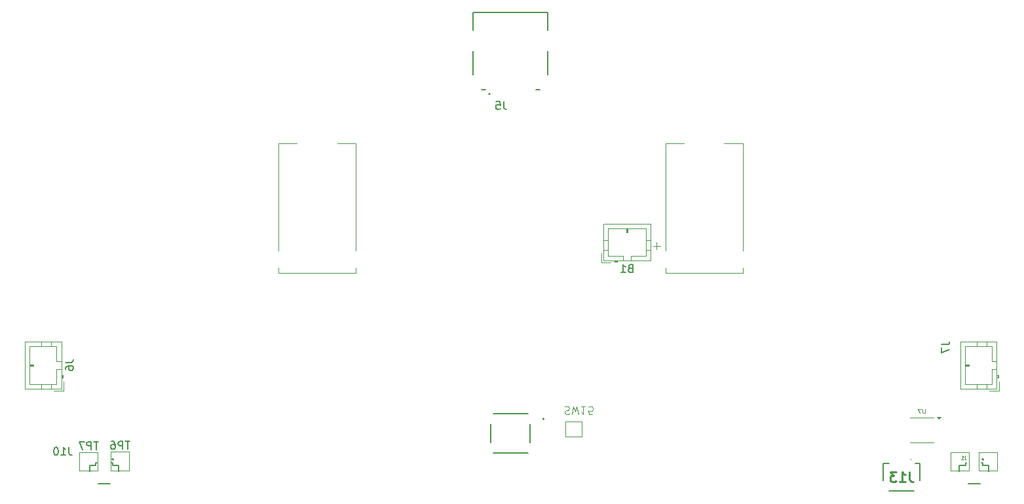
<source format=gbr>
%TF.GenerationSoftware,KiCad,Pcbnew,8.0.2*%
%TF.CreationDate,2024-08-31T11:23:20-07:00*%
%TF.ProjectId,UGC_Main_R4K,5547435f-4d61-4696-9e5f-52344b2e6b69,rev?*%
%TF.SameCoordinates,Original*%
%TF.FileFunction,Legend,Bot*%
%TF.FilePolarity,Positive*%
%FSLAX46Y46*%
G04 Gerber Fmt 4.6, Leading zero omitted, Abs format (unit mm)*
G04 Created by KiCad (PCBNEW 8.0.2) date 2024-08-31 11:23:20*
%MOMM*%
%LPD*%
G01*
G04 APERTURE LIST*
%ADD10C,0.120000*%
%ADD11C,0.150000*%
%ADD12C,0.100000*%
%ADD13C,0.254000*%
%ADD14C,0.125000*%
%ADD15C,0.127000*%
%ADD16C,0.200000*%
G04 APERTURE END LIST*
D10*
X237850033Y-111226193D02*
X236897653Y-111226193D01*
X237373843Y-111702383D02*
X237373843Y-110750002D01*
D11*
X165193504Y-136547219D02*
X164622076Y-136547219D01*
X164907790Y-137547219D02*
X164907790Y-136547219D01*
X164288742Y-137547219D02*
X164288742Y-136547219D01*
X164288742Y-136547219D02*
X163907790Y-136547219D01*
X163907790Y-136547219D02*
X163812552Y-136594838D01*
X163812552Y-136594838D02*
X163764933Y-136642457D01*
X163764933Y-136642457D02*
X163717314Y-136737695D01*
X163717314Y-136737695D02*
X163717314Y-136880552D01*
X163717314Y-136880552D02*
X163764933Y-136975790D01*
X163764933Y-136975790D02*
X163812552Y-137023409D01*
X163812552Y-137023409D02*
X163907790Y-137071028D01*
X163907790Y-137071028D02*
X164288742Y-137071028D01*
X163383980Y-136547219D02*
X162717314Y-136547219D01*
X162717314Y-136547219D02*
X163145885Y-137547219D01*
X161413723Y-137275219D02*
X161413723Y-137989504D01*
X161413723Y-137989504D02*
X161461342Y-138132361D01*
X161461342Y-138132361D02*
X161556580Y-138227600D01*
X161556580Y-138227600D02*
X161699437Y-138275219D01*
X161699437Y-138275219D02*
X161794675Y-138275219D01*
X160413723Y-138275219D02*
X160985151Y-138275219D01*
X160699437Y-138275219D02*
X160699437Y-137275219D01*
X160699437Y-137275219D02*
X160794675Y-137418076D01*
X160794675Y-137418076D02*
X160889913Y-137513314D01*
X160889913Y-137513314D02*
X160985151Y-137560933D01*
X159794675Y-137275219D02*
X159699437Y-137275219D01*
X159699437Y-137275219D02*
X159604199Y-137322838D01*
X159604199Y-137322838D02*
X159556580Y-137370457D01*
X159556580Y-137370457D02*
X159508961Y-137465695D01*
X159508961Y-137465695D02*
X159461342Y-137656171D01*
X159461342Y-137656171D02*
X159461342Y-137894266D01*
X159461342Y-137894266D02*
X159508961Y-138084742D01*
X159508961Y-138084742D02*
X159556580Y-138179980D01*
X159556580Y-138179980D02*
X159604199Y-138227600D01*
X159604199Y-138227600D02*
X159699437Y-138275219D01*
X159699437Y-138275219D02*
X159794675Y-138275219D01*
X159794675Y-138275219D02*
X159889913Y-138227600D01*
X159889913Y-138227600D02*
X159937532Y-138179980D01*
X159937532Y-138179980D02*
X159985151Y-138084742D01*
X159985151Y-138084742D02*
X160032770Y-137894266D01*
X160032770Y-137894266D02*
X160032770Y-137656171D01*
X160032770Y-137656171D02*
X159985151Y-137465695D01*
X159985151Y-137465695D02*
X159937532Y-137370457D01*
X159937532Y-137370457D02*
X159889913Y-137322838D01*
X159889913Y-137322838D02*
X159794675Y-137275219D01*
D12*
X225480076Y-132035200D02*
X225622933Y-131987580D01*
X225622933Y-131987580D02*
X225861028Y-131987580D01*
X225861028Y-131987580D02*
X225956266Y-132035200D01*
X225956266Y-132035200D02*
X226003885Y-132082819D01*
X226003885Y-132082819D02*
X226051504Y-132178057D01*
X226051504Y-132178057D02*
X226051504Y-132273295D01*
X226051504Y-132273295D02*
X226003885Y-132368533D01*
X226003885Y-132368533D02*
X225956266Y-132416152D01*
X225956266Y-132416152D02*
X225861028Y-132463771D01*
X225861028Y-132463771D02*
X225670552Y-132511390D01*
X225670552Y-132511390D02*
X225575314Y-132559009D01*
X225575314Y-132559009D02*
X225527695Y-132606628D01*
X225527695Y-132606628D02*
X225480076Y-132701866D01*
X225480076Y-132701866D02*
X225480076Y-132797104D01*
X225480076Y-132797104D02*
X225527695Y-132892342D01*
X225527695Y-132892342D02*
X225575314Y-132939961D01*
X225575314Y-132939961D02*
X225670552Y-132987580D01*
X225670552Y-132987580D02*
X225908647Y-132987580D01*
X225908647Y-132987580D02*
X226051504Y-132939961D01*
X226384838Y-132987580D02*
X226622933Y-131987580D01*
X226622933Y-131987580D02*
X226813409Y-132701866D01*
X226813409Y-132701866D02*
X227003885Y-131987580D01*
X227003885Y-131987580D02*
X227241981Y-132987580D01*
X228146742Y-131987580D02*
X227575314Y-131987580D01*
X227861028Y-131987580D02*
X227861028Y-132987580D01*
X227861028Y-132987580D02*
X227765790Y-132844723D01*
X227765790Y-132844723D02*
X227670552Y-132749485D01*
X227670552Y-132749485D02*
X227575314Y-132701866D01*
X229051504Y-132987580D02*
X228575314Y-132987580D01*
X228575314Y-132987580D02*
X228527695Y-132511390D01*
X228527695Y-132511390D02*
X228575314Y-132559009D01*
X228575314Y-132559009D02*
X228670552Y-132606628D01*
X228670552Y-132606628D02*
X228908647Y-132606628D01*
X228908647Y-132606628D02*
X229003885Y-132559009D01*
X229003885Y-132559009D02*
X229051504Y-132511390D01*
X229051504Y-132511390D02*
X229099123Y-132416152D01*
X229099123Y-132416152D02*
X229099123Y-132178057D01*
X229099123Y-132178057D02*
X229051504Y-132082819D01*
X229051504Y-132082819D02*
X229003885Y-132035200D01*
X229003885Y-132035200D02*
X228908647Y-131987580D01*
X228908647Y-131987580D02*
X228670552Y-131987580D01*
X228670552Y-131987580D02*
X228575314Y-132035200D01*
X228575314Y-132035200D02*
X228527695Y-132082819D01*
D11*
X169257504Y-136521819D02*
X168686076Y-136521819D01*
X168971790Y-137521819D02*
X168971790Y-136521819D01*
X168352742Y-137521819D02*
X168352742Y-136521819D01*
X168352742Y-136521819D02*
X167971790Y-136521819D01*
X167971790Y-136521819D02*
X167876552Y-136569438D01*
X167876552Y-136569438D02*
X167828933Y-136617057D01*
X167828933Y-136617057D02*
X167781314Y-136712295D01*
X167781314Y-136712295D02*
X167781314Y-136855152D01*
X167781314Y-136855152D02*
X167828933Y-136950390D01*
X167828933Y-136950390D02*
X167876552Y-136998009D01*
X167876552Y-136998009D02*
X167971790Y-137045628D01*
X167971790Y-137045628D02*
X168352742Y-137045628D01*
X166924171Y-136521819D02*
X167114647Y-136521819D01*
X167114647Y-136521819D02*
X167209885Y-136569438D01*
X167209885Y-136569438D02*
X167257504Y-136617057D01*
X167257504Y-136617057D02*
X167352742Y-136759914D01*
X167352742Y-136759914D02*
X167400361Y-136950390D01*
X167400361Y-136950390D02*
X167400361Y-137331342D01*
X167400361Y-137331342D02*
X167352742Y-137426580D01*
X167352742Y-137426580D02*
X167305123Y-137474200D01*
X167305123Y-137474200D02*
X167209885Y-137521819D01*
X167209885Y-137521819D02*
X167019409Y-137521819D01*
X167019409Y-137521819D02*
X166924171Y-137474200D01*
X166924171Y-137474200D02*
X166876552Y-137426580D01*
X166876552Y-137426580D02*
X166828933Y-137331342D01*
X166828933Y-137331342D02*
X166828933Y-137093247D01*
X166828933Y-137093247D02*
X166876552Y-136998009D01*
X166876552Y-136998009D02*
X166924171Y-136950390D01*
X166924171Y-136950390D02*
X167019409Y-136902771D01*
X167019409Y-136902771D02*
X167209885Y-136902771D01*
X167209885Y-136902771D02*
X167305123Y-136950390D01*
X167305123Y-136950390D02*
X167352742Y-136998009D01*
X167352742Y-136998009D02*
X167400361Y-137093247D01*
X274206619Y-123974266D02*
X274920904Y-123974266D01*
X274920904Y-123974266D02*
X275063761Y-123926647D01*
X275063761Y-123926647D02*
X275159000Y-123831409D01*
X275159000Y-123831409D02*
X275206619Y-123688552D01*
X275206619Y-123688552D02*
X275206619Y-123593314D01*
X274206619Y-124355219D02*
X274206619Y-125021885D01*
X274206619Y-125021885D02*
X275206619Y-124593314D01*
D13*
X270018267Y-140460898D02*
X270018267Y-141368041D01*
X270018267Y-141368041D02*
X270078744Y-141549469D01*
X270078744Y-141549469D02*
X270199696Y-141670422D01*
X270199696Y-141670422D02*
X270381125Y-141730898D01*
X270381125Y-141730898D02*
X270502077Y-141730898D01*
X268748267Y-141730898D02*
X269473982Y-141730898D01*
X269111125Y-141730898D02*
X269111125Y-140460898D01*
X269111125Y-140460898D02*
X269232077Y-140642326D01*
X269232077Y-140642326D02*
X269353029Y-140763279D01*
X269353029Y-140763279D02*
X269473982Y-140823755D01*
X268324934Y-140460898D02*
X267538743Y-140460898D01*
X267538743Y-140460898D02*
X267962077Y-140944707D01*
X267962077Y-140944707D02*
X267780648Y-140944707D01*
X267780648Y-140944707D02*
X267659696Y-141005183D01*
X267659696Y-141005183D02*
X267599220Y-141065660D01*
X267599220Y-141065660D02*
X267538743Y-141186612D01*
X267538743Y-141186612D02*
X267538743Y-141488993D01*
X267538743Y-141488993D02*
X267599220Y-141609945D01*
X267599220Y-141609945D02*
X267659696Y-141670422D01*
X267659696Y-141670422D02*
X267780648Y-141730898D01*
X267780648Y-141730898D02*
X268143505Y-141730898D01*
X268143505Y-141730898D02*
X268264458Y-141670422D01*
X268264458Y-141670422D02*
X268324934Y-141609945D01*
D14*
X277229866Y-138383409D02*
X277229866Y-138740552D01*
X277229866Y-138740552D02*
X277253675Y-138811980D01*
X277253675Y-138811980D02*
X277301294Y-138859600D01*
X277301294Y-138859600D02*
X277372723Y-138883409D01*
X277372723Y-138883409D02*
X277420342Y-138883409D01*
X276729866Y-138883409D02*
X277015580Y-138883409D01*
X276872723Y-138883409D02*
X276872723Y-138383409D01*
X276872723Y-138383409D02*
X276920342Y-138454838D01*
X276920342Y-138454838D02*
X276967961Y-138502457D01*
X276967961Y-138502457D02*
X277015580Y-138526266D01*
D11*
X233952357Y-114116480D02*
X233809500Y-114164099D01*
X233809500Y-114164099D02*
X233761881Y-114211718D01*
X233761881Y-114211718D02*
X233714262Y-114306956D01*
X233714262Y-114306956D02*
X233714262Y-114449813D01*
X233714262Y-114449813D02*
X233761881Y-114545051D01*
X233761881Y-114545051D02*
X233809500Y-114592671D01*
X233809500Y-114592671D02*
X233904738Y-114640290D01*
X233904738Y-114640290D02*
X234285690Y-114640290D01*
X234285690Y-114640290D02*
X234285690Y-113640290D01*
X234285690Y-113640290D02*
X233952357Y-113640290D01*
X233952357Y-113640290D02*
X233857119Y-113687909D01*
X233857119Y-113687909D02*
X233809500Y-113735528D01*
X233809500Y-113735528D02*
X233761881Y-113830766D01*
X233761881Y-113830766D02*
X233761881Y-113926004D01*
X233761881Y-113926004D02*
X233809500Y-114021242D01*
X233809500Y-114021242D02*
X233857119Y-114068861D01*
X233857119Y-114068861D02*
X233952357Y-114116480D01*
X233952357Y-114116480D02*
X234285690Y-114116480D01*
X232761881Y-114640290D02*
X233333309Y-114640290D01*
X233047595Y-114640290D02*
X233047595Y-113640290D01*
X233047595Y-113640290D02*
X233142833Y-113783147D01*
X233142833Y-113783147D02*
X233238071Y-113878385D01*
X233238071Y-113878385D02*
X233333309Y-113926004D01*
X160977819Y-126301666D02*
X161692104Y-126301666D01*
X161692104Y-126301666D02*
X161834961Y-126254047D01*
X161834961Y-126254047D02*
X161930200Y-126158809D01*
X161930200Y-126158809D02*
X161977819Y-126015952D01*
X161977819Y-126015952D02*
X161977819Y-125920714D01*
X160977819Y-127206428D02*
X160977819Y-127015952D01*
X160977819Y-127015952D02*
X161025438Y-126920714D01*
X161025438Y-126920714D02*
X161073057Y-126873095D01*
X161073057Y-126873095D02*
X161215914Y-126777857D01*
X161215914Y-126777857D02*
X161406390Y-126730238D01*
X161406390Y-126730238D02*
X161787342Y-126730238D01*
X161787342Y-126730238D02*
X161882580Y-126777857D01*
X161882580Y-126777857D02*
X161930200Y-126825476D01*
X161930200Y-126825476D02*
X161977819Y-126920714D01*
X161977819Y-126920714D02*
X161977819Y-127111190D01*
X161977819Y-127111190D02*
X161930200Y-127206428D01*
X161930200Y-127206428D02*
X161882580Y-127254047D01*
X161882580Y-127254047D02*
X161787342Y-127301666D01*
X161787342Y-127301666D02*
X161549247Y-127301666D01*
X161549247Y-127301666D02*
X161454009Y-127254047D01*
X161454009Y-127254047D02*
X161406390Y-127206428D01*
X161406390Y-127206428D02*
X161358771Y-127111190D01*
X161358771Y-127111190D02*
X161358771Y-126920714D01*
X161358771Y-126920714D02*
X161406390Y-126825476D01*
X161406390Y-126825476D02*
X161454009Y-126777857D01*
X161454009Y-126777857D02*
X161549247Y-126730238D01*
X217590563Y-92552798D02*
X217590563Y-93268467D01*
X217590563Y-93268467D02*
X217638275Y-93411601D01*
X217638275Y-93411601D02*
X217733697Y-93507024D01*
X217733697Y-93507024D02*
X217876831Y-93554735D01*
X217876831Y-93554735D02*
X217972254Y-93554735D01*
X216636337Y-92552798D02*
X217113450Y-92552798D01*
X217113450Y-92552798D02*
X217161161Y-93029911D01*
X217161161Y-93029911D02*
X217113450Y-92982199D01*
X217113450Y-92982199D02*
X217018028Y-92934488D01*
X217018028Y-92934488D02*
X216779471Y-92934488D01*
X216779471Y-92934488D02*
X216684049Y-92982199D01*
X216684049Y-92982199D02*
X216636337Y-93029911D01*
X216636337Y-93029911D02*
X216588626Y-93125333D01*
X216588626Y-93125333D02*
X216588626Y-93363890D01*
X216588626Y-93363890D02*
X216636337Y-93459312D01*
X216636337Y-93459312D02*
X216684049Y-93507024D01*
X216684049Y-93507024D02*
X216779471Y-93554735D01*
X216779471Y-93554735D02*
X217018028Y-93554735D01*
X217018028Y-93554735D02*
X217113450Y-93507024D01*
X217113450Y-93507024D02*
X217161161Y-93459312D01*
D10*
X272046647Y-132325400D02*
X272046647Y-132770638D01*
X272046647Y-132770638D02*
X272020457Y-132823019D01*
X272020457Y-132823019D02*
X271994266Y-132849210D01*
X271994266Y-132849210D02*
X271941885Y-132875400D01*
X271941885Y-132875400D02*
X271837123Y-132875400D01*
X271837123Y-132875400D02*
X271784742Y-132849210D01*
X271784742Y-132849210D02*
X271758552Y-132823019D01*
X271758552Y-132823019D02*
X271732361Y-132770638D01*
X271732361Y-132770638D02*
X271732361Y-132325400D01*
X271522838Y-132325400D02*
X271156171Y-132325400D01*
X271156171Y-132325400D02*
X271391886Y-132875400D01*
D15*
%TO.C,SW14*%
X215933657Y-134304400D02*
X215933657Y-136664400D01*
X220733657Y-132934400D02*
X216233657Y-132934400D01*
X220733657Y-138034400D02*
X216233657Y-138034400D01*
X221033657Y-136664400D02*
X221033657Y-134304400D01*
D16*
X222833657Y-133609400D02*
G75*
G02*
X222633657Y-133609400I-100000J0D01*
G01*
X222633657Y-133609400D02*
G75*
G02*
X222833657Y-133609400I100000J0D01*
G01*
D10*
%TO.C,TP7*%
X162731600Y-137890400D02*
X165131600Y-137890400D01*
X162731600Y-140290400D02*
X162731600Y-137890400D01*
X165131600Y-137890400D02*
X165131600Y-140290400D01*
X165131600Y-140290400D02*
X162731600Y-140290400D01*
D15*
%TO.C,J10*%
X164063600Y-139614800D02*
X164863600Y-139614800D01*
X164063600Y-140351800D02*
X164063600Y-139614800D01*
X164863600Y-139614800D02*
X164863600Y-139314800D01*
X165000600Y-139314800D02*
X164863600Y-139314800D01*
X165177600Y-142014800D02*
X166749600Y-142014800D01*
X166926600Y-139314800D02*
X167063600Y-139314800D01*
X167063600Y-139314800D02*
X167063600Y-139614800D01*
X167063600Y-139614800D02*
X167863600Y-139614800D01*
X167863600Y-140351800D02*
X167863600Y-139614800D01*
D16*
X167188600Y-138839800D02*
G75*
G02*
X166988600Y-138839800I-100000J0D01*
G01*
X166988600Y-138839800D02*
G75*
G02*
X167188600Y-138839800I100000J0D01*
G01*
D10*
%TO.C,TP1*%
X275355200Y-137890400D02*
X277755200Y-137890400D01*
X275355200Y-140290400D02*
X275355200Y-137890400D01*
X277755200Y-137890400D02*
X277755200Y-140290400D01*
X277755200Y-140290400D02*
X275355200Y-140290400D01*
%TO.C,SW15*%
D12*
X227676000Y-133971400D02*
X225574400Y-133971400D01*
X225574400Y-135869800D01*
X227676000Y-135869800D01*
X227676000Y-133971400D01*
D10*
%TO.C,TP6*%
X166795600Y-137865000D02*
X169195600Y-137865000D01*
X166795600Y-140265000D02*
X166795600Y-137865000D01*
X169195600Y-137865000D02*
X169195600Y-140265000D01*
X169195600Y-140265000D02*
X166795600Y-140265000D01*
%TO.C,J7*%
X276591600Y-123575000D02*
X276591600Y-129695000D01*
X276591600Y-129695000D02*
X281311600Y-129695000D01*
X277201600Y-124185000D02*
X277201600Y-129085000D01*
X277201600Y-126535000D02*
X277701600Y-126535000D01*
X277201600Y-129085000D02*
X280701600Y-129085000D01*
X277701600Y-126535000D02*
X277701600Y-126735000D01*
X277701600Y-126635000D02*
X277201600Y-126635000D01*
X277701600Y-126735000D02*
X277201600Y-126735000D01*
X278701600Y-124185000D02*
X278701600Y-123575000D01*
X278701600Y-129085000D02*
X278701600Y-129695000D01*
X280001600Y-124185000D02*
X280001600Y-123575000D01*
X280001600Y-129085000D02*
X280001600Y-129695000D01*
X280361600Y-129995000D02*
X281611600Y-129995000D01*
X280701600Y-124185000D02*
X277201600Y-124185000D01*
X280701600Y-126135000D02*
X280701600Y-124185000D01*
X280701600Y-127135000D02*
X281311600Y-127135000D01*
X280701600Y-129085000D02*
X280701600Y-127135000D01*
X281311600Y-123575000D02*
X276591600Y-123575000D01*
X281311600Y-126135000D02*
X280701600Y-126135000D01*
X281311600Y-128235000D02*
X281511600Y-128235000D01*
X281311600Y-129695000D02*
X281311600Y-123575000D01*
X281411600Y-128235000D02*
X281411600Y-127935000D01*
X281511600Y-127935000D02*
X281311600Y-127935000D01*
X281511600Y-128235000D02*
X281511600Y-127935000D01*
X281611600Y-129995000D02*
X281611600Y-128745000D01*
D16*
%TO.C,J13*%
X266640173Y-139356580D02*
X267390173Y-139356580D01*
X266640173Y-141556580D02*
X266640173Y-139356580D01*
X267390173Y-142956580D02*
X270590173Y-142956580D01*
D12*
X270190173Y-138756580D02*
X270190173Y-138756580D01*
X270190173Y-138856580D02*
X270190173Y-138856580D01*
D16*
X271340173Y-139356580D02*
X270790173Y-139356580D01*
X271340173Y-141556580D02*
X271340173Y-139356580D01*
D12*
X270190173Y-138756580D02*
G75*
G02*
X270190173Y-138856580I0J-50000D01*
G01*
X270190173Y-138856580D02*
G75*
G02*
X270190173Y-138756580I0J50000D01*
G01*
%TO.C,RV2*%
X238483657Y-97934400D02*
X240893657Y-97934400D01*
X238483657Y-111874400D02*
X238483657Y-97934400D01*
X238483657Y-114054400D02*
X238483657Y-114684400D01*
X238483657Y-114684400D02*
X248483657Y-114684400D01*
X246073657Y-97934400D02*
X248483657Y-97934400D01*
X248483657Y-111874400D02*
X248483657Y-97934400D01*
X248483657Y-114059400D02*
X248483657Y-114684400D01*
D10*
%TO.C,TP2*%
X278999742Y-137896669D02*
X281399742Y-137896669D01*
X278999742Y-140296669D02*
X278999742Y-137896669D01*
X281399742Y-137896669D02*
X281399742Y-140296669D01*
X281399742Y-140296669D02*
X278999742Y-140296669D01*
D15*
%TO.C,J1*%
X276484000Y-139614800D02*
X277284000Y-139614800D01*
X276484000Y-140351800D02*
X276484000Y-139614800D01*
X277284000Y-139614800D02*
X277284000Y-139314800D01*
X277421000Y-139314800D02*
X277284000Y-139314800D01*
X277598000Y-142014800D02*
X279170000Y-142014800D01*
X279347000Y-139314800D02*
X279484000Y-139314800D01*
X279484000Y-139314800D02*
X279484000Y-139614800D01*
X279484000Y-139614800D02*
X280284000Y-139614800D01*
X280284000Y-140351800D02*
X280284000Y-139614800D01*
D16*
X279609000Y-138839800D02*
G75*
G02*
X279409000Y-138839800I-100000J0D01*
G01*
X279409000Y-138839800D02*
G75*
G02*
X279609000Y-138839800I100000J0D01*
G01*
D10*
%TO.C,B1*%
X230187596Y-112145471D02*
X230187596Y-113395471D01*
X230187596Y-113395471D02*
X231437596Y-113395471D01*
X230487596Y-108375471D02*
X230487596Y-113095471D01*
X230487596Y-113095471D02*
X236607596Y-113095471D01*
X231097596Y-108985471D02*
X231097596Y-112485471D01*
X231097596Y-110485471D02*
X230487596Y-110485471D01*
X231097596Y-111785471D02*
X230487596Y-111785471D01*
X231097596Y-112485471D02*
X233047596Y-112485471D01*
X231947596Y-113095471D02*
X231947596Y-113295471D01*
X231947596Y-113195471D02*
X232247596Y-113195471D01*
X231947596Y-113295471D02*
X232247596Y-113295471D01*
X232247596Y-113295471D02*
X232247596Y-113095471D01*
X233047596Y-112485471D02*
X233047596Y-113095471D01*
X233447596Y-109485471D02*
X233447596Y-108985471D01*
X233547596Y-109485471D02*
X233547596Y-108985471D01*
X233647596Y-108985471D02*
X233647596Y-109485471D01*
X233647596Y-109485471D02*
X233447596Y-109485471D01*
X234047596Y-112485471D02*
X235997596Y-112485471D01*
X234047596Y-113095471D02*
X234047596Y-112485471D01*
X235997596Y-108985471D02*
X231097596Y-108985471D01*
X235997596Y-110485471D02*
X236607596Y-110485471D01*
X235997596Y-111785471D02*
X236607596Y-111785471D01*
X235997596Y-112485471D02*
X235997596Y-108985471D01*
X236607596Y-108375471D02*
X230487596Y-108375471D01*
X236607596Y-113095471D02*
X236607596Y-108375471D01*
%TO.C,J6*%
X155713000Y-123575000D02*
X155713000Y-129695000D01*
X155713000Y-129695000D02*
X160433000Y-129695000D01*
X156323000Y-124185000D02*
X156323000Y-129085000D01*
X156323000Y-126535000D02*
X156823000Y-126535000D01*
X156323000Y-129085000D02*
X159823000Y-129085000D01*
X156823000Y-126535000D02*
X156823000Y-126735000D01*
X156823000Y-126635000D02*
X156323000Y-126635000D01*
X156823000Y-126735000D02*
X156323000Y-126735000D01*
X157823000Y-124185000D02*
X157823000Y-123575000D01*
X157823000Y-129085000D02*
X157823000Y-129695000D01*
X159123000Y-124185000D02*
X159123000Y-123575000D01*
X159123000Y-129085000D02*
X159123000Y-129695000D01*
X159483000Y-129995000D02*
X160733000Y-129995000D01*
X159823000Y-124185000D02*
X156323000Y-124185000D01*
X159823000Y-126135000D02*
X159823000Y-124185000D01*
X159823000Y-127135000D02*
X160433000Y-127135000D01*
X159823000Y-129085000D02*
X159823000Y-127135000D01*
X160433000Y-123575000D02*
X155713000Y-123575000D01*
X160433000Y-126135000D02*
X159823000Y-126135000D01*
X160433000Y-128235000D02*
X160633000Y-128235000D01*
X160433000Y-129695000D02*
X160433000Y-123575000D01*
X160533000Y-128235000D02*
X160533000Y-127935000D01*
X160633000Y-127935000D02*
X160433000Y-127935000D01*
X160633000Y-128235000D02*
X160633000Y-127935000D01*
X160733000Y-129995000D02*
X160733000Y-128745000D01*
D15*
%TO.C,J5*%
X213658635Y-81054400D02*
X223308635Y-81054400D01*
X213658635Y-83304400D02*
X213658635Y-81054400D01*
X213658635Y-89054400D02*
X213658635Y-86054400D01*
X215233635Y-91054400D02*
X214733635Y-91054400D01*
X222233635Y-91054400D02*
X221733635Y-91054400D01*
X223308635Y-81054400D02*
X223308635Y-83304400D01*
X223308635Y-86054400D02*
X223308635Y-89054400D01*
D16*
X215833635Y-91554400D02*
G75*
G02*
X215633635Y-91554400I-100000J0D01*
G01*
X215633635Y-91554400D02*
G75*
G02*
X215833635Y-91554400I100000J0D01*
G01*
D10*
%TO.C,U7*%
X270127600Y-133467200D02*
X271627600Y-133467200D01*
X270127600Y-136687200D02*
X271627600Y-136687200D01*
X273127600Y-133467200D02*
X271627600Y-133467200D01*
X273127600Y-136687200D02*
X271627600Y-136687200D01*
X273840100Y-133642200D02*
X273600100Y-133312200D01*
X274080100Y-133312200D01*
X273840100Y-133642200D01*
G36*
X273840100Y-133642200D02*
G01*
X273600100Y-133312200D01*
X274080100Y-133312200D01*
X273840100Y-133642200D01*
G37*
D12*
%TO.C,RV1*%
X188483657Y-97934400D02*
X190893657Y-97934400D01*
X188483657Y-111874400D02*
X188483657Y-97934400D01*
X188483657Y-114054400D02*
X188483657Y-114684400D01*
X188483657Y-114684400D02*
X198483657Y-114684400D01*
X196073657Y-97934400D02*
X198483657Y-97934400D01*
X198483657Y-111874400D02*
X198483657Y-97934400D01*
X198483657Y-114059400D02*
X198483657Y-114684400D01*
%TD*%
M02*

</source>
